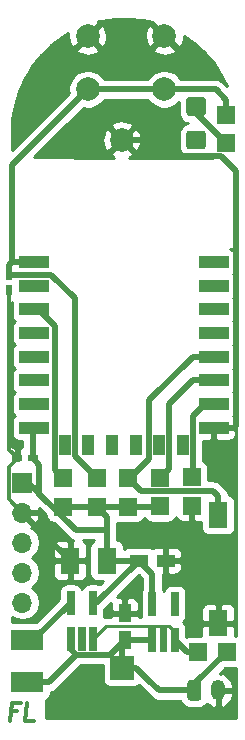
<source format=gbr>
G04 #@! TF.GenerationSoftware,KiCad,Pcbnew,(5.1.9)-1*
G04 #@! TF.CreationDate,2021-03-01T14:11:43+01:00*
G04 #@! TF.ProjectId,button - AAA,62757474-6f6e-4202-9d20-4141412e6b69,rev?*
G04 #@! TF.SameCoordinates,Original*
G04 #@! TF.FileFunction,Copper,L1,Top*
G04 #@! TF.FilePolarity,Positive*
%FSLAX46Y46*%
G04 Gerber Fmt 4.6, Leading zero omitted, Abs format (unit mm)*
G04 Created by KiCad (PCBNEW (5.1.9)-1) date 2021-03-01 14:11:43*
%MOMM*%
%LPD*%
G01*
G04 APERTURE LIST*
G04 #@! TA.AperFunction,NonConductor*
%ADD10C,0.300000*%
G04 #@! TD*
G04 #@! TA.AperFunction,SMDPad,CuDef*
%ADD11R,0.620000X0.900000*%
G04 #@! TD*
G04 #@! TA.AperFunction,SMDPad,CuDef*
%ADD12R,0.650000X2.000000*%
G04 #@! TD*
G04 #@! TA.AperFunction,SMDPad,CuDef*
%ADD13C,0.100000*%
G04 #@! TD*
G04 #@! TA.AperFunction,SMDPad,CuDef*
%ADD14R,1.500000X1.500000*%
G04 #@! TD*
G04 #@! TA.AperFunction,SMDPad,CuDef*
%ADD15R,1.500000X1.100000*%
G04 #@! TD*
G04 #@! TA.AperFunction,SMDPad,CuDef*
%ADD16R,1.100000X1.500000*%
G04 #@! TD*
G04 #@! TA.AperFunction,SMDPad,CuDef*
%ADD17R,2.500000X1.000000*%
G04 #@! TD*
G04 #@! TA.AperFunction,SMDPad,CuDef*
%ADD18R,1.000000X1.800000*%
G04 #@! TD*
G04 #@! TA.AperFunction,SMDPad,CuDef*
%ADD19R,0.900000X0.620000*%
G04 #@! TD*
G04 #@! TA.AperFunction,SMDPad,CuDef*
%ADD20R,1.650000X2.250000*%
G04 #@! TD*
G04 #@! TA.AperFunction,SMDPad,CuDef*
%ADD21R,2.794000X1.778000*%
G04 #@! TD*
G04 #@! TA.AperFunction,ComponentPad*
%ADD22O,1.700000X1.700000*%
G04 #@! TD*
G04 #@! TA.AperFunction,ComponentPad*
%ADD23R,1.700000X1.700000*%
G04 #@! TD*
G04 #@! TA.AperFunction,ComponentPad*
%ADD24C,2.000000*%
G04 #@! TD*
G04 #@! TA.AperFunction,ComponentPad*
%ADD25R,2.000000X2.000000*%
G04 #@! TD*
G04 #@! TA.AperFunction,ComponentPad*
%ADD26O,1.200000X1.750000*%
G04 #@! TD*
G04 #@! TA.AperFunction,SMDPad,CuDef*
%ADD27R,1.600000X2.180000*%
G04 #@! TD*
G04 #@! TA.AperFunction,ViaPad*
%ADD28C,0.500000*%
G04 #@! TD*
G04 #@! TA.AperFunction,ViaPad*
%ADD29C,0.800000*%
G04 #@! TD*
G04 #@! TA.AperFunction,Conductor*
%ADD30C,0.500000*%
G04 #@! TD*
G04 #@! TA.AperFunction,Conductor*
%ADD31C,0.350000*%
G04 #@! TD*
G04 #@! TA.AperFunction,Conductor*
%ADD32C,0.250000*%
G04 #@! TD*
G04 #@! TA.AperFunction,Conductor*
%ADD33C,0.254000*%
G04 #@! TD*
G04 #@! TA.AperFunction,Conductor*
%ADD34C,0.100000*%
G04 #@! TD*
G04 APERTURE END LIST*
D10*
X117909285Y-112262857D02*
X117409285Y-112262857D01*
X117311071Y-113048571D02*
X117498571Y-111548571D01*
X118212857Y-111548571D01*
X119311071Y-113048571D02*
X118596785Y-113048571D01*
X118784285Y-111548571D01*
D11*
G04 #@! TO.P,C2,2*
G04 #@! TO.N,/RST*
X117275000Y-75325000D03*
G04 #@! TO.P,C2,1*
G04 #@! TO.N,/GND*
X117275000Y-76625000D03*
G04 #@! TD*
D12*
G04 #@! TO.P,PS1,5*
G04 #@! TO.N,Net-(L1-Pad2)*
X122450000Y-103075000D03*
G04 #@! TO.P,PS1,4*
G04 #@! TO.N,/VCC*
X124350000Y-103075000D03*
G04 #@! TO.P,PS1,3*
G04 #@! TO.N,Net-(PS1-Pad3)*
X124350000Y-106125000D03*
G04 #@! TA.AperFunction,SMDPad,CuDef*
D13*
G04 #@! TO.P,PS1,2*
G04 #@! TO.N,/GND*
G36*
X123725000Y-107125000D02*
G01*
X123075000Y-107125000D01*
X123075000Y-105125000D01*
X123725000Y-105125000D01*
X123725000Y-107125000D01*
G37*
G04 #@! TD.AperFunction*
D12*
G04 #@! TO.P,PS1,1*
G04 #@! TO.N,Net-(BT1-Pad1)*
X122450000Y-106125000D03*
G04 #@! TD*
G04 #@! TO.P,U2,5*
G04 #@! TO.N,/VCC*
X129375000Y-103200000D03*
G04 #@! TO.P,U2,4*
G04 #@! TO.N,N/C*
X131275000Y-103200000D03*
G04 #@! TO.P,U2,3*
G04 #@! TO.N,Net-(PS1-Pad3)*
X131275000Y-106250000D03*
G04 #@! TA.AperFunction,SMDPad,CuDef*
D13*
G04 #@! TO.P,U2,2*
G04 #@! TO.N,/GND*
G36*
X130650000Y-107250000D02*
G01*
X130000000Y-107250000D01*
X130000000Y-105250000D01*
X130650000Y-105250000D01*
X130650000Y-107250000D01*
G37*
G04 #@! TD.AperFunction*
D12*
G04 #@! TO.P,U2,1*
G04 #@! TO.N,Net-(BT1-Pad1)*
X129375000Y-106250000D03*
G04 #@! TD*
D14*
G04 #@! TO.P,R7,2*
G04 #@! TO.N,Net-(PS1-Pad3)*
X133270000Y-107250000D03*
G04 #@! TO.P,R7,1*
G04 #@! TO.N,Net-(BT1-Pad1)*
X135670000Y-107250000D03*
G04 #@! TD*
G04 #@! TO.P,R6,2*
G04 #@! TO.N,/RST*
X135620000Y-61750000D03*
G04 #@! TO.P,R6,1*
G04 #@! TO.N,Net-(D1-Pad1)*
X135620000Y-64150000D03*
G04 #@! TD*
G04 #@! TO.P,R5,2*
G04 #@! TO.N,/GPIO15*
X132725000Y-92450000D03*
G04 #@! TO.P,R5,1*
G04 #@! TO.N,/GND*
X132725000Y-94850000D03*
G04 #@! TD*
G04 #@! TO.P,R4,2*
G04 #@! TO.N,/GPIO0*
X127325000Y-92525000D03*
G04 #@! TO.P,R4,1*
G04 #@! TO.N,/VCC*
X127325000Y-94925000D03*
G04 #@! TD*
G04 #@! TO.P,R3,2*
G04 #@! TO.N,/RST*
X124650000Y-92525000D03*
G04 #@! TO.P,R3,1*
G04 #@! TO.N,/VCC*
X124650000Y-94925000D03*
G04 #@! TD*
G04 #@! TO.P,R2,2*
G04 #@! TO.N,/GPIO2*
X130025000Y-92500000D03*
G04 #@! TO.P,R2,1*
G04 #@! TO.N,/VCC*
X130025000Y-94900000D03*
G04 #@! TD*
G04 #@! TO.P,R1,2*
G04 #@! TO.N,/EN*
X121775000Y-92525000D03*
G04 #@! TO.P,R1,1*
G04 #@! TO.N,/VCC*
X121775000Y-94925000D03*
G04 #@! TD*
D15*
G04 #@! TO.P,C3,2*
G04 #@! TO.N,/VCC*
X128200000Y-99500000D03*
G04 #@! TO.P,C3,1*
G04 #@! TO.N,/GND*
X130500000Y-99500000D03*
G04 #@! TD*
D16*
G04 #@! TO.P,C1,2*
G04 #@! TO.N,Net-(BT1-Pad1)*
X127025000Y-106250000D03*
G04 #@! TO.P,C1,1*
G04 #@! TO.N,/GND*
X127025000Y-103950000D03*
G04 #@! TD*
D17*
G04 #@! TO.P,X1,22*
G04 #@! TO.N,/TX*
X134550000Y-74240000D03*
G04 #@! TO.P,X1,21*
G04 #@! TO.N,/RX*
X134550000Y-76240000D03*
G04 #@! TO.P,X1,20*
G04 #@! TO.N,N/C*
X134550000Y-78240000D03*
G04 #@! TO.P,X1,19*
X134550000Y-80240000D03*
G04 #@! TO.P,X1,18*
G04 #@! TO.N,/GPIO0*
X134550000Y-82240000D03*
G04 #@! TO.P,X1,17*
G04 #@! TO.N,/GPIO2*
X134550000Y-84240000D03*
G04 #@! TO.P,X1,16*
G04 #@! TO.N,/GPIO15*
X134550000Y-86240000D03*
G04 #@! TO.P,X1,15*
G04 #@! TO.N,/GND*
X134550000Y-88240000D03*
D18*
G04 #@! TO.P,X1,14*
G04 #@! TO.N,N/C*
X131950000Y-89740000D03*
G04 #@! TO.P,X1,13*
X129950000Y-89740000D03*
G04 #@! TO.P,X1,12*
X127950000Y-89740000D03*
G04 #@! TO.P,X1,11*
X125950000Y-89740000D03*
G04 #@! TO.P,X1,10*
X123950000Y-89740000D03*
G04 #@! TO.P,X1,9*
X121950000Y-89740000D03*
D17*
G04 #@! TO.P,X1,8*
G04 #@! TO.N,/VCC*
X119350000Y-88240000D03*
G04 #@! TO.P,X1,7*
G04 #@! TO.N,N/C*
X119350000Y-86240000D03*
G04 #@! TO.P,X1,6*
X119350000Y-84240000D03*
G04 #@! TO.P,X1,5*
X119350000Y-82240000D03*
G04 #@! TO.P,X1,4*
X119350000Y-80240000D03*
G04 #@! TO.P,X1,3*
G04 #@! TO.N,/EN*
X119350000Y-78240000D03*
G04 #@! TO.P,X1,2*
G04 #@! TO.N,N/C*
X119350000Y-76240000D03*
G04 #@! TO.P,X1,1*
G04 #@! TO.N,/RST*
X119350000Y-74240000D03*
G04 #@! TD*
D19*
G04 #@! TO.P,C5,2*
G04 #@! TO.N,/GND*
X117925000Y-90850000D03*
G04 #@! TO.P,C5,1*
G04 #@! TO.N,/VCC*
X119225000Y-90850000D03*
G04 #@! TD*
D20*
G04 #@! TO.P,C4,2*
G04 #@! TO.N,/GND*
X122400000Y-99500000D03*
G04 #@! TO.P,C4,1*
G04 #@! TO.N,/VCC*
X125500000Y-99500000D03*
G04 #@! TD*
D21*
G04 #@! TO.P,L1,1*
G04 #@! TO.N,Net-(BT1-Pad1)*
X118750000Y-109798000D03*
G04 #@! TO.P,L1,2*
G04 #@! TO.N,Net-(L1-Pad2)*
X118750000Y-106242000D03*
G04 #@! TD*
D22*
G04 #@! TO.P,J1,5*
G04 #@! TO.N,/RST*
X118370000Y-103060000D03*
G04 #@! TO.P,J1,4*
G04 #@! TO.N,/TX*
X118370000Y-100520000D03*
G04 #@! TO.P,J1,3*
G04 #@! TO.N,/RX*
X118370000Y-97980000D03*
G04 #@! TO.P,J1,2*
G04 #@! TO.N,/GND*
X118370000Y-95440000D03*
D23*
G04 #@! TO.P,J1,1*
G04 #@! TO.N,/VCC*
X118370000Y-92900000D03*
G04 #@! TD*
D24*
G04 #@! TO.P,BT1,2*
G04 #@! TO.N,/GND*
X126790000Y-63870000D03*
D25*
G04 #@! TO.P,BT1,1*
G04 #@! TO.N,Net-(BT1-Pad1)*
X126790000Y-108570000D03*
G04 #@! TD*
D26*
G04 #@! TO.P,BT2,2*
G04 #@! TO.N,/GND*
X134930000Y-110490000D03*
G04 #@! TO.P,BT2,1*
G04 #@! TO.N,Net-(BT1-Pad1)*
G04 #@! TA.AperFunction,ComponentPad*
G36*
G01*
X132330000Y-111115001D02*
X132330000Y-109864999D01*
G75*
G02*
X132579999Y-109615000I249999J0D01*
G01*
X133280001Y-109615000D01*
G75*
G02*
X133530000Y-109864999I0J-249999D01*
G01*
X133530000Y-111115001D01*
G75*
G02*
X133280001Y-111365000I-249999J0D01*
G01*
X132579999Y-111365000D01*
G75*
G02*
X132330000Y-111115001I0J249999D01*
G01*
G37*
G04 #@! TD.AperFunction*
G04 #@! TD*
G04 #@! TO.P,D1,2*
G04 #@! TO.N,/VCC*
G04 #@! TA.AperFunction,SMDPad,CuDef*
G36*
G01*
X132495000Y-63095000D02*
X133645000Y-63095000D01*
G75*
G02*
X133895000Y-63345000I0J-250000D01*
G01*
X133895000Y-64445000D01*
G75*
G02*
X133645000Y-64695000I-250000J0D01*
G01*
X132495000Y-64695000D01*
G75*
G02*
X132245000Y-64445000I0J250000D01*
G01*
X132245000Y-63345000D01*
G75*
G02*
X132495000Y-63095000I250000J0D01*
G01*
G37*
G04 #@! TD.AperFunction*
G04 #@! TO.P,D1,1*
G04 #@! TO.N,Net-(D1-Pad1)*
G04 #@! TA.AperFunction,SMDPad,CuDef*
G36*
G01*
X132495000Y-60245000D02*
X133645000Y-60245000D01*
G75*
G02*
X133895000Y-60495000I0J-250000D01*
G01*
X133895000Y-61595000D01*
G75*
G02*
X133645000Y-61845000I-250000J0D01*
G01*
X132495000Y-61845000D01*
G75*
G02*
X132245000Y-61595000I0J250000D01*
G01*
X132245000Y-60495000D01*
G75*
G02*
X132495000Y-60245000I250000J0D01*
G01*
G37*
G04 #@! TD.AperFunction*
G04 #@! TD*
D27*
G04 #@! TO.P,SW2,1*
G04 #@! TO.N,/GPIO0*
X134950000Y-95630000D03*
G04 #@! TO.P,SW2,2*
G04 #@! TO.N,/GND*
X134950000Y-104810000D03*
G04 #@! TD*
D24*
G04 #@! TO.P,SW1,1*
G04 #@! TO.N,/RST*
X123890000Y-59600000D03*
G04 #@! TO.P,SW1,2*
G04 #@! TO.N,/GND*
X123890000Y-55100000D03*
G04 #@! TO.P,SW1,1*
G04 #@! TO.N,/RST*
X130390000Y-59600000D03*
G04 #@! TO.P,SW1,2*
G04 #@! TO.N,/GND*
X130390000Y-55100000D03*
G04 #@! TD*
D28*
G04 #@! TO.N,/VCC*
X120250000Y-88275000D03*
X133175000Y-63900000D03*
G04 #@! TO.N,/GND*
X133725000Y-88225000D03*
X118000000Y-90825000D03*
X122425000Y-99825000D03*
X122350000Y-98925000D03*
X117275000Y-76625000D03*
X123300000Y-106225000D03*
X130350000Y-106250000D03*
D29*
X127050000Y-103925000D03*
X130450000Y-99525000D03*
D28*
X134550000Y-88240000D03*
X135510000Y-88240000D03*
G04 #@! TO.N,/RST*
X120300000Y-74200000D03*
X119300000Y-74325000D03*
G04 #@! TO.N,/RX*
X134525000Y-76125000D03*
G04 #@! TO.N,/TX*
X135300000Y-74425000D03*
G04 #@! TD*
D30*
G04 #@! TO.N,/VCC*
X124625000Y-103075000D02*
X128200000Y-99500000D01*
X124350000Y-103075000D02*
X124625000Y-103075000D01*
X129375000Y-100675000D02*
X128200000Y-99500000D01*
X129375000Y-103200000D02*
X129375000Y-100675000D01*
X128200000Y-99500000D02*
X125500000Y-99500000D01*
X125500000Y-95775000D02*
X124650000Y-94925000D01*
X124650000Y-94925000D02*
X121775000Y-94925000D01*
X130000000Y-94925000D02*
X130025000Y-94900000D01*
X124650000Y-94925000D02*
X130000000Y-94925000D01*
X125500000Y-96900000D02*
X122875000Y-96900000D01*
X125500000Y-99500000D02*
X125500000Y-96900000D01*
X125500000Y-96900000D02*
X125500000Y-95775000D01*
X118875000Y-92900000D02*
X119350000Y-93375000D01*
X118370000Y-92900000D02*
X118875000Y-92900000D01*
X122875000Y-96900000D02*
X119800000Y-93825000D01*
X119800000Y-93825000D02*
X119350000Y-93375000D01*
X119800000Y-91425000D02*
X119225000Y-90850000D01*
X119800000Y-93825000D02*
X119800000Y-91425000D01*
X119225000Y-88365000D02*
X119350000Y-88240000D01*
X119225000Y-90850000D02*
X119225000Y-88365000D01*
G04 #@! TO.N,/GND*
X122400000Y-99470000D02*
X122400000Y-99500000D01*
X118370000Y-95440000D02*
X122400000Y-99470000D01*
D31*
X118370000Y-95440000D02*
X117225000Y-94295000D01*
X117225000Y-91600000D02*
X118000000Y-90825000D01*
X117225000Y-94295000D02*
X117225000Y-91600000D01*
X117275000Y-90100000D02*
X117275000Y-76625000D01*
X118000000Y-90825000D02*
X117275000Y-90100000D01*
D30*
X126790000Y-63870000D02*
X130495000Y-63870000D01*
X135174993Y-65250001D02*
X136450000Y-66525008D01*
X131875001Y-65250001D02*
X135174993Y-65250001D01*
X130495000Y-63870000D02*
X131875001Y-65250001D01*
X136300000Y-88240000D02*
X135510000Y-88240000D01*
X136450000Y-88090000D02*
X136300000Y-88240000D01*
X136450000Y-66525008D02*
X136450000Y-88090000D01*
X134550000Y-88240000D02*
X134550000Y-88240000D01*
X135510000Y-88240000D02*
X134550000Y-88240000D01*
G04 #@! TO.N,/RST*
X122800001Y-77309999D02*
X120815002Y-75325000D01*
X120815002Y-75325000D02*
X117275000Y-75325000D01*
X122800001Y-90675001D02*
X122800001Y-77309999D01*
X124650000Y-92525000D02*
X122800001Y-90675001D01*
X117275000Y-75325000D02*
X117275000Y-74450000D01*
X117485000Y-74240000D02*
X119350000Y-74240000D01*
X117275000Y-74450000D02*
X117485000Y-74240000D01*
X117485000Y-66005000D02*
X123890000Y-59600000D01*
X117485000Y-74240000D02*
X117485000Y-66005000D01*
X123890000Y-59600000D02*
X130390000Y-59600000D01*
X135620000Y-60500000D02*
X135620000Y-61750000D01*
X134720000Y-59600000D02*
X135620000Y-60500000D01*
X130390000Y-59600000D02*
X134720000Y-59600000D01*
G04 #@! TO.N,/EN*
X119730002Y-78240000D02*
X119350000Y-78240000D01*
X121099999Y-79609997D02*
X119730002Y-78240000D01*
X121099999Y-91849999D02*
X121099999Y-79609997D01*
X121775000Y-92525000D02*
X121099999Y-91849999D01*
G04 #@! TO.N,/GPIO2*
X132800000Y-84240000D02*
X134550000Y-84240000D01*
X130800001Y-86239999D02*
X132800000Y-84240000D01*
X130800001Y-91724999D02*
X130800001Y-86239999D01*
X130025000Y-92500000D02*
X130800001Y-91724999D01*
G04 #@! TO.N,/GPIO0*
X127325000Y-92525000D02*
X127500000Y-92525000D01*
X132800000Y-82240000D02*
X134550000Y-82240000D01*
X129099999Y-85940001D02*
X132800000Y-82240000D01*
X129099999Y-90925001D02*
X129099999Y-85940001D01*
X127500000Y-92525000D02*
X129099999Y-90925001D01*
X128400001Y-93600001D02*
X127325000Y-92525000D01*
X134510001Y-93600001D02*
X128400001Y-93600001D01*
X134950000Y-94040000D02*
X134510001Y-93600001D01*
X134950000Y-95630000D02*
X134950000Y-94040000D01*
G04 #@! TO.N,Net-(BT1-Pad1)*
X132930000Y-109990000D02*
X135670000Y-107250000D01*
X132930000Y-110490000D02*
X132930000Y-109990000D01*
X129930000Y-110490000D02*
X129030000Y-109590000D01*
X132930000Y-110490000D02*
X129930000Y-110490000D01*
X129030000Y-109590000D02*
X129030000Y-109580000D01*
X128020000Y-108570000D02*
X126790000Y-108570000D01*
X129030000Y-109580000D02*
X128020000Y-108570000D01*
X126790000Y-106485000D02*
X127025000Y-106250000D01*
X126790000Y-108570000D02*
X126790000Y-106485000D01*
X127025000Y-106250000D02*
X129375000Y-106250000D01*
X122450000Y-106994992D02*
X122450000Y-106125000D01*
X122930018Y-107475010D02*
X122450000Y-106994992D01*
X125799990Y-107475010D02*
X122930018Y-107475010D01*
X127025000Y-106250000D02*
X125799990Y-107475010D01*
X120607028Y-109798000D02*
X122930018Y-107475010D01*
X118750000Y-109798000D02*
X120607028Y-109798000D01*
G04 #@! TO.N,Net-(L1-Pad2)*
X119283000Y-106242000D02*
X122450000Y-103075000D01*
X118750000Y-106242000D02*
X119283000Y-106242000D01*
G04 #@! TO.N,/GPIO15*
X133800000Y-86240000D02*
X134550000Y-86240000D01*
X132800000Y-87240000D02*
X133800000Y-86240000D01*
X132800001Y-92374999D02*
X132800000Y-87240000D01*
X132725000Y-92450000D02*
X132800001Y-92374999D01*
G04 #@! TO.N,Net-(D1-Pad1)*
X133070000Y-61600000D02*
X133070000Y-61045000D01*
X135620000Y-64150000D02*
X133070000Y-61600000D01*
G04 #@! TO.N,Net-(PS1-Pad3)*
X132275000Y-107250000D02*
X131275000Y-106250000D01*
X133270000Y-107250000D02*
X132275000Y-107250000D01*
D32*
X125450001Y-105024999D02*
X124350000Y-106125000D01*
X130743213Y-105024999D02*
X125450001Y-105024999D01*
X131275000Y-105556786D02*
X130743213Y-105024999D01*
X131275000Y-106250000D02*
X131275000Y-105556786D01*
G04 #@! TD*
D33*
G04 #@! TO.N,/GND*
X125151928Y-109570000D02*
X125164188Y-109694482D01*
X125200498Y-109814180D01*
X125259463Y-109924494D01*
X125338815Y-110021185D01*
X125435506Y-110100537D01*
X125545820Y-110159502D01*
X125665518Y-110195812D01*
X125790000Y-110208072D01*
X127790000Y-110208072D01*
X127914482Y-110195812D01*
X128034180Y-110159502D01*
X128144494Y-110100537D01*
X128229333Y-110030912D01*
X128327705Y-110129284D01*
X128401183Y-110218817D01*
X128434956Y-110246534D01*
X129273470Y-111085049D01*
X129301183Y-111118817D01*
X129334951Y-111146530D01*
X129334953Y-111146532D01*
X129406452Y-111205210D01*
X129435941Y-111229411D01*
X129589687Y-111311589D01*
X129756510Y-111362195D01*
X129886523Y-111375000D01*
X129886533Y-111375000D01*
X129929999Y-111379281D01*
X129973465Y-111375000D01*
X131735306Y-111375000D01*
X131759528Y-111454851D01*
X131841595Y-111608387D01*
X131952038Y-111742962D01*
X132086613Y-111853405D01*
X132240149Y-111935472D01*
X132406745Y-111986008D01*
X132579999Y-112003072D01*
X133280001Y-112003072D01*
X133453255Y-111986008D01*
X133619851Y-111935472D01*
X133773387Y-111853405D01*
X133907962Y-111742962D01*
X134018405Y-111608387D01*
X134020967Y-111603594D01*
X134146526Y-111728078D01*
X134349467Y-111862421D01*
X134574718Y-111954591D01*
X134612391Y-111958462D01*
X134803000Y-111833731D01*
X134803000Y-110617000D01*
X135057000Y-110617000D01*
X135057000Y-111833731D01*
X135247609Y-111958462D01*
X135285282Y-111954591D01*
X135510533Y-111862421D01*
X135713474Y-111728078D01*
X135886307Y-111556725D01*
X136022390Y-111354946D01*
X136116493Y-111130496D01*
X136165000Y-110892000D01*
X136165000Y-110617000D01*
X135057000Y-110617000D01*
X134803000Y-110617000D01*
X134783000Y-110617000D01*
X134783000Y-110363000D01*
X134803000Y-110363000D01*
X134803000Y-110343000D01*
X135057000Y-110343000D01*
X135057000Y-110363000D01*
X136165000Y-110363000D01*
X136165000Y-110088000D01*
X136116493Y-109849504D01*
X136022390Y-109625054D01*
X135886307Y-109423275D01*
X135713474Y-109251922D01*
X135510533Y-109117579D01*
X135285282Y-109025409D01*
X135247609Y-109021538D01*
X135057002Y-109146268D01*
X135057002Y-109114576D01*
X135533507Y-108638072D01*
X136420000Y-108638072D01*
X136462015Y-108633934D01*
X136461916Y-112852600D01*
X120395000Y-112852600D01*
X120395000Y-111274460D01*
X120501494Y-111217537D01*
X120598185Y-111138185D01*
X120677537Y-111041494D01*
X120736502Y-110931180D01*
X120772812Y-110811482D01*
X120785072Y-110687000D01*
X120785072Y-110668814D01*
X120947341Y-110619589D01*
X121101087Y-110537411D01*
X121235845Y-110426817D01*
X121263562Y-110393044D01*
X123296597Y-108360010D01*
X125151928Y-108360010D01*
X125151928Y-109570000D01*
G04 #@! TA.AperFunction,Conductor*
D34*
G36*
X125151928Y-109570000D02*
G01*
X125164188Y-109694482D01*
X125200498Y-109814180D01*
X125259463Y-109924494D01*
X125338815Y-110021185D01*
X125435506Y-110100537D01*
X125545820Y-110159502D01*
X125665518Y-110195812D01*
X125790000Y-110208072D01*
X127790000Y-110208072D01*
X127914482Y-110195812D01*
X128034180Y-110159502D01*
X128144494Y-110100537D01*
X128229333Y-110030912D01*
X128327705Y-110129284D01*
X128401183Y-110218817D01*
X128434956Y-110246534D01*
X129273470Y-111085049D01*
X129301183Y-111118817D01*
X129334951Y-111146530D01*
X129334953Y-111146532D01*
X129406452Y-111205210D01*
X129435941Y-111229411D01*
X129589687Y-111311589D01*
X129756510Y-111362195D01*
X129886523Y-111375000D01*
X129886533Y-111375000D01*
X129929999Y-111379281D01*
X129973465Y-111375000D01*
X131735306Y-111375000D01*
X131759528Y-111454851D01*
X131841595Y-111608387D01*
X131952038Y-111742962D01*
X132086613Y-111853405D01*
X132240149Y-111935472D01*
X132406745Y-111986008D01*
X132579999Y-112003072D01*
X133280001Y-112003072D01*
X133453255Y-111986008D01*
X133619851Y-111935472D01*
X133773387Y-111853405D01*
X133907962Y-111742962D01*
X134018405Y-111608387D01*
X134020967Y-111603594D01*
X134146526Y-111728078D01*
X134349467Y-111862421D01*
X134574718Y-111954591D01*
X134612391Y-111958462D01*
X134803000Y-111833731D01*
X134803000Y-110617000D01*
X135057000Y-110617000D01*
X135057000Y-111833731D01*
X135247609Y-111958462D01*
X135285282Y-111954591D01*
X135510533Y-111862421D01*
X135713474Y-111728078D01*
X135886307Y-111556725D01*
X136022390Y-111354946D01*
X136116493Y-111130496D01*
X136165000Y-110892000D01*
X136165000Y-110617000D01*
X135057000Y-110617000D01*
X134803000Y-110617000D01*
X134783000Y-110617000D01*
X134783000Y-110363000D01*
X134803000Y-110363000D01*
X134803000Y-110343000D01*
X135057000Y-110343000D01*
X135057000Y-110363000D01*
X136165000Y-110363000D01*
X136165000Y-110088000D01*
X136116493Y-109849504D01*
X136022390Y-109625054D01*
X135886307Y-109423275D01*
X135713474Y-109251922D01*
X135510533Y-109117579D01*
X135285282Y-109025409D01*
X135247609Y-109021538D01*
X135057002Y-109146268D01*
X135057002Y-109114576D01*
X135533507Y-108638072D01*
X136420000Y-108638072D01*
X136462015Y-108633934D01*
X136461916Y-112852600D01*
X120395000Y-112852600D01*
X120395000Y-111274460D01*
X120501494Y-111217537D01*
X120598185Y-111138185D01*
X120677537Y-111041494D01*
X120736502Y-110931180D01*
X120772812Y-110811482D01*
X120785072Y-110687000D01*
X120785072Y-110668814D01*
X120947341Y-110619589D01*
X121101087Y-110537411D01*
X121235845Y-110426817D01*
X121263562Y-110393044D01*
X123296597Y-108360010D01*
X125151928Y-108360010D01*
X125151928Y-109570000D01*
G37*
G04 #@! TD.AperFunction*
D33*
X136462849Y-73124767D02*
X136462080Y-105866072D01*
X136420000Y-105861928D01*
X136387927Y-105861928D01*
X136385000Y-105095750D01*
X136226250Y-104937000D01*
X135077000Y-104937000D01*
X135077000Y-104957000D01*
X134823000Y-104957000D01*
X134823000Y-104937000D01*
X133673750Y-104937000D01*
X133515000Y-105095750D01*
X133512073Y-105861928D01*
X132520000Y-105861928D01*
X132395518Y-105874188D01*
X132275820Y-105910498D01*
X132238072Y-105930675D01*
X132238072Y-105250000D01*
X132225812Y-105125518D01*
X132189502Y-105005820D01*
X132130537Y-104895506D01*
X132051185Y-104798815D01*
X131961241Y-104725000D01*
X132051185Y-104651185D01*
X132130537Y-104554494D01*
X132189502Y-104444180D01*
X132225812Y-104324482D01*
X132238072Y-104200000D01*
X132238072Y-103720000D01*
X133511928Y-103720000D01*
X133515000Y-104524250D01*
X133673750Y-104683000D01*
X134823000Y-104683000D01*
X134823000Y-103243750D01*
X135077000Y-103243750D01*
X135077000Y-104683000D01*
X136226250Y-104683000D01*
X136385000Y-104524250D01*
X136388072Y-103720000D01*
X136375812Y-103595518D01*
X136339502Y-103475820D01*
X136280537Y-103365506D01*
X136201185Y-103268815D01*
X136104494Y-103189463D01*
X135994180Y-103130498D01*
X135874482Y-103094188D01*
X135750000Y-103081928D01*
X135235750Y-103085000D01*
X135077000Y-103243750D01*
X134823000Y-103243750D01*
X134664250Y-103085000D01*
X134150000Y-103081928D01*
X134025518Y-103094188D01*
X133905820Y-103130498D01*
X133795506Y-103189463D01*
X133698815Y-103268815D01*
X133619463Y-103365506D01*
X133560498Y-103475820D01*
X133524188Y-103595518D01*
X133511928Y-103720000D01*
X132238072Y-103720000D01*
X132238072Y-102200000D01*
X132225812Y-102075518D01*
X132189502Y-101955820D01*
X132130537Y-101845506D01*
X132051185Y-101748815D01*
X131954494Y-101669463D01*
X131844180Y-101610498D01*
X131724482Y-101574188D01*
X131600000Y-101561928D01*
X130950000Y-101561928D01*
X130825518Y-101574188D01*
X130705820Y-101610498D01*
X130595506Y-101669463D01*
X130498815Y-101748815D01*
X130419463Y-101845506D01*
X130360498Y-101955820D01*
X130325000Y-102072841D01*
X130289502Y-101955820D01*
X130260000Y-101900627D01*
X130260000Y-100718469D01*
X130264281Y-100675000D01*
X130260692Y-100638558D01*
X130373000Y-100526250D01*
X130373000Y-99627000D01*
X130627000Y-99627000D01*
X130627000Y-100526250D01*
X130785750Y-100685000D01*
X131250000Y-100688072D01*
X131374482Y-100675812D01*
X131494180Y-100639502D01*
X131604494Y-100580537D01*
X131701185Y-100501185D01*
X131780537Y-100404494D01*
X131839502Y-100294180D01*
X131875812Y-100174482D01*
X131888072Y-100050000D01*
X131885000Y-99785750D01*
X131726250Y-99627000D01*
X130627000Y-99627000D01*
X130373000Y-99627000D01*
X130353000Y-99627000D01*
X130353000Y-99373000D01*
X130373000Y-99373000D01*
X130373000Y-98473750D01*
X130627000Y-98473750D01*
X130627000Y-99373000D01*
X131726250Y-99373000D01*
X131885000Y-99214250D01*
X131888072Y-98950000D01*
X131875812Y-98825518D01*
X131839502Y-98705820D01*
X131780537Y-98595506D01*
X131701185Y-98498815D01*
X131604494Y-98419463D01*
X131494180Y-98360498D01*
X131374482Y-98324188D01*
X131250000Y-98311928D01*
X130785750Y-98315000D01*
X130627000Y-98473750D01*
X130373000Y-98473750D01*
X130214250Y-98315000D01*
X129750000Y-98311928D01*
X129625518Y-98324188D01*
X129505820Y-98360498D01*
X129395506Y-98419463D01*
X129350000Y-98456809D01*
X129304494Y-98419463D01*
X129194180Y-98360498D01*
X129074482Y-98324188D01*
X128950000Y-98311928D01*
X127450000Y-98311928D01*
X127325518Y-98324188D01*
X127205820Y-98360498D01*
X127095506Y-98419463D01*
X126998815Y-98498815D01*
X126963072Y-98542368D01*
X126963072Y-98375000D01*
X126950812Y-98250518D01*
X126914502Y-98130820D01*
X126855537Y-98020506D01*
X126776185Y-97923815D01*
X126679494Y-97844463D01*
X126569180Y-97785498D01*
X126449482Y-97749188D01*
X126385000Y-97742837D01*
X126385000Y-96943476D01*
X126389282Y-96900000D01*
X126385000Y-96856523D01*
X126385000Y-96280937D01*
X126450518Y-96300812D01*
X126575000Y-96313072D01*
X128075000Y-96313072D01*
X128199482Y-96300812D01*
X128319180Y-96264502D01*
X128429494Y-96205537D01*
X128526185Y-96126185D01*
X128605537Y-96029494D01*
X128664502Y-95919180D01*
X128678792Y-95872073D01*
X128685498Y-95894180D01*
X128744463Y-96004494D01*
X128823815Y-96101185D01*
X128920506Y-96180537D01*
X129030820Y-96239502D01*
X129150518Y-96275812D01*
X129275000Y-96288072D01*
X130775000Y-96288072D01*
X130899482Y-96275812D01*
X131019180Y-96239502D01*
X131129494Y-96180537D01*
X131226185Y-96101185D01*
X131305537Y-96004494D01*
X131364502Y-95894180D01*
X131382584Y-95834573D01*
X131385498Y-95844180D01*
X131444463Y-95954494D01*
X131523815Y-96051185D01*
X131620506Y-96130537D01*
X131730820Y-96189502D01*
X131850518Y-96225812D01*
X131975000Y-96238072D01*
X132439250Y-96235000D01*
X132598000Y-96076250D01*
X132598000Y-94977000D01*
X132578000Y-94977000D01*
X132578000Y-94723000D01*
X132598000Y-94723000D01*
X132598000Y-94703000D01*
X132852000Y-94703000D01*
X132852000Y-94723000D01*
X132872000Y-94723000D01*
X132872000Y-94977000D01*
X132852000Y-94977000D01*
X132852000Y-96076250D01*
X133010750Y-96235000D01*
X133475000Y-96238072D01*
X133511928Y-96234435D01*
X133511928Y-96720000D01*
X133524188Y-96844482D01*
X133560498Y-96964180D01*
X133619463Y-97074494D01*
X133698815Y-97171185D01*
X133795506Y-97250537D01*
X133905820Y-97309502D01*
X134025518Y-97345812D01*
X134150000Y-97358072D01*
X135750000Y-97358072D01*
X135874482Y-97345812D01*
X135994180Y-97309502D01*
X136104494Y-97250537D01*
X136201185Y-97171185D01*
X136280537Y-97074494D01*
X136339502Y-96964180D01*
X136375812Y-96844482D01*
X136388072Y-96720000D01*
X136388072Y-94540000D01*
X136375812Y-94415518D01*
X136339502Y-94295820D01*
X136280537Y-94185506D01*
X136201185Y-94088815D01*
X136104494Y-94009463D01*
X135994180Y-93950498D01*
X135874482Y-93914188D01*
X135826425Y-93909455D01*
X135822195Y-93866510D01*
X135793978Y-93773491D01*
X135771589Y-93699686D01*
X135710554Y-93585498D01*
X135689411Y-93545941D01*
X135578817Y-93411183D01*
X135545044Y-93383466D01*
X135166535Y-93004957D01*
X135138818Y-92971184D01*
X135004060Y-92860590D01*
X134850314Y-92778412D01*
X134683491Y-92727806D01*
X134553478Y-92715001D01*
X134553470Y-92715001D01*
X134510001Y-92710720D01*
X134466532Y-92715001D01*
X134113072Y-92715001D01*
X134113072Y-91700000D01*
X134100812Y-91575518D01*
X134064502Y-91455820D01*
X134005537Y-91345506D01*
X133926185Y-91248815D01*
X133829494Y-91169463D01*
X133719180Y-91110498D01*
X133685000Y-91100130D01*
X133685000Y-89376845D01*
X134264250Y-89375000D01*
X134423000Y-89216250D01*
X134423000Y-88367000D01*
X134677000Y-88367000D01*
X134677000Y-89216250D01*
X134835750Y-89375000D01*
X135800000Y-89378072D01*
X135924482Y-89365812D01*
X136044180Y-89329502D01*
X136154494Y-89270537D01*
X136251185Y-89191185D01*
X136330537Y-89094494D01*
X136389502Y-88984180D01*
X136425812Y-88864482D01*
X136438072Y-88740000D01*
X136435000Y-88525750D01*
X136276250Y-88367000D01*
X134677000Y-88367000D01*
X134423000Y-88367000D01*
X134403000Y-88367000D01*
X134403000Y-88113000D01*
X134423000Y-88113000D01*
X134423000Y-88093000D01*
X134677000Y-88093000D01*
X134677000Y-88113000D01*
X136276250Y-88113000D01*
X136435000Y-87954250D01*
X136438072Y-87740000D01*
X136425812Y-87615518D01*
X136389502Y-87495820D01*
X136330537Y-87385506D01*
X136251185Y-87288815D01*
X136191704Y-87240000D01*
X136251185Y-87191185D01*
X136330537Y-87094494D01*
X136389502Y-86984180D01*
X136425812Y-86864482D01*
X136438072Y-86740000D01*
X136438072Y-85740000D01*
X136425812Y-85615518D01*
X136389502Y-85495820D01*
X136330537Y-85385506D01*
X136251185Y-85288815D01*
X136191704Y-85240000D01*
X136251185Y-85191185D01*
X136330537Y-85094494D01*
X136389502Y-84984180D01*
X136425812Y-84864482D01*
X136438072Y-84740000D01*
X136438072Y-83740000D01*
X136425812Y-83615518D01*
X136389502Y-83495820D01*
X136330537Y-83385506D01*
X136251185Y-83288815D01*
X136191704Y-83240000D01*
X136251185Y-83191185D01*
X136330537Y-83094494D01*
X136389502Y-82984180D01*
X136425812Y-82864482D01*
X136438072Y-82740000D01*
X136438072Y-81740000D01*
X136425812Y-81615518D01*
X136389502Y-81495820D01*
X136330537Y-81385506D01*
X136251185Y-81288815D01*
X136191704Y-81240000D01*
X136251185Y-81191185D01*
X136330537Y-81094494D01*
X136389502Y-80984180D01*
X136425812Y-80864482D01*
X136438072Y-80740000D01*
X136438072Y-79740000D01*
X136425812Y-79615518D01*
X136389502Y-79495820D01*
X136330537Y-79385506D01*
X136251185Y-79288815D01*
X136191704Y-79240000D01*
X136251185Y-79191185D01*
X136330537Y-79094494D01*
X136389502Y-78984180D01*
X136425812Y-78864482D01*
X136438072Y-78740000D01*
X136438072Y-77740000D01*
X136425812Y-77615518D01*
X136389502Y-77495820D01*
X136330537Y-77385506D01*
X136251185Y-77288815D01*
X136191704Y-77240000D01*
X136251185Y-77191185D01*
X136330537Y-77094494D01*
X136389502Y-76984180D01*
X136425812Y-76864482D01*
X136438072Y-76740000D01*
X136438072Y-75740000D01*
X136425812Y-75615518D01*
X136389502Y-75495820D01*
X136330537Y-75385506D01*
X136251185Y-75288815D01*
X136191704Y-75240000D01*
X136251185Y-75191185D01*
X136330537Y-75094494D01*
X136389502Y-74984180D01*
X136425812Y-74864482D01*
X136438072Y-74740000D01*
X136438072Y-73740000D01*
X136425812Y-73615518D01*
X136389502Y-73495820D01*
X136330537Y-73385506D01*
X136251185Y-73288815D01*
X136154494Y-73209463D01*
X136044180Y-73150498D01*
X135953566Y-73123010D01*
X136462849Y-73124767D01*
G04 #@! TA.AperFunction,Conductor*
D34*
G36*
X136462849Y-73124767D02*
G01*
X136462080Y-105866072D01*
X136420000Y-105861928D01*
X136387927Y-105861928D01*
X136385000Y-105095750D01*
X136226250Y-104937000D01*
X135077000Y-104937000D01*
X135077000Y-104957000D01*
X134823000Y-104957000D01*
X134823000Y-104937000D01*
X133673750Y-104937000D01*
X133515000Y-105095750D01*
X133512073Y-105861928D01*
X132520000Y-105861928D01*
X132395518Y-105874188D01*
X132275820Y-105910498D01*
X132238072Y-105930675D01*
X132238072Y-105250000D01*
X132225812Y-105125518D01*
X132189502Y-105005820D01*
X132130537Y-104895506D01*
X132051185Y-104798815D01*
X131961241Y-104725000D01*
X132051185Y-104651185D01*
X132130537Y-104554494D01*
X132189502Y-104444180D01*
X132225812Y-104324482D01*
X132238072Y-104200000D01*
X132238072Y-103720000D01*
X133511928Y-103720000D01*
X133515000Y-104524250D01*
X133673750Y-104683000D01*
X134823000Y-104683000D01*
X134823000Y-103243750D01*
X135077000Y-103243750D01*
X135077000Y-104683000D01*
X136226250Y-104683000D01*
X136385000Y-104524250D01*
X136388072Y-103720000D01*
X136375812Y-103595518D01*
X136339502Y-103475820D01*
X136280537Y-103365506D01*
X136201185Y-103268815D01*
X136104494Y-103189463D01*
X135994180Y-103130498D01*
X135874482Y-103094188D01*
X135750000Y-103081928D01*
X135235750Y-103085000D01*
X135077000Y-103243750D01*
X134823000Y-103243750D01*
X134664250Y-103085000D01*
X134150000Y-103081928D01*
X134025518Y-103094188D01*
X133905820Y-103130498D01*
X133795506Y-103189463D01*
X133698815Y-103268815D01*
X133619463Y-103365506D01*
X133560498Y-103475820D01*
X133524188Y-103595518D01*
X133511928Y-103720000D01*
X132238072Y-103720000D01*
X132238072Y-102200000D01*
X132225812Y-102075518D01*
X132189502Y-101955820D01*
X132130537Y-101845506D01*
X132051185Y-101748815D01*
X131954494Y-101669463D01*
X131844180Y-101610498D01*
X131724482Y-101574188D01*
X131600000Y-101561928D01*
X130950000Y-101561928D01*
X130825518Y-101574188D01*
X130705820Y-101610498D01*
X130595506Y-101669463D01*
X130498815Y-101748815D01*
X130419463Y-101845506D01*
X130360498Y-101955820D01*
X130325000Y-102072841D01*
X130289502Y-101955820D01*
X130260000Y-101900627D01*
X130260000Y-100718469D01*
X130264281Y-100675000D01*
X130260692Y-100638558D01*
X130373000Y-100526250D01*
X130373000Y-99627000D01*
X130627000Y-99627000D01*
X130627000Y-100526250D01*
X130785750Y-100685000D01*
X131250000Y-100688072D01*
X131374482Y-100675812D01*
X131494180Y-100639502D01*
X131604494Y-100580537D01*
X131701185Y-100501185D01*
X131780537Y-100404494D01*
X131839502Y-100294180D01*
X131875812Y-100174482D01*
X131888072Y-100050000D01*
X131885000Y-99785750D01*
X131726250Y-99627000D01*
X130627000Y-99627000D01*
X130373000Y-99627000D01*
X130353000Y-99627000D01*
X130353000Y-99373000D01*
X130373000Y-99373000D01*
X130373000Y-98473750D01*
X130627000Y-98473750D01*
X130627000Y-99373000D01*
X131726250Y-99373000D01*
X131885000Y-99214250D01*
X131888072Y-98950000D01*
X131875812Y-98825518D01*
X131839502Y-98705820D01*
X131780537Y-98595506D01*
X131701185Y-98498815D01*
X131604494Y-98419463D01*
X131494180Y-98360498D01*
X131374482Y-98324188D01*
X131250000Y-98311928D01*
X130785750Y-98315000D01*
X130627000Y-98473750D01*
X130373000Y-98473750D01*
X130214250Y-98315000D01*
X129750000Y-98311928D01*
X129625518Y-98324188D01*
X129505820Y-98360498D01*
X129395506Y-98419463D01*
X129350000Y-98456809D01*
X129304494Y-98419463D01*
X129194180Y-98360498D01*
X129074482Y-98324188D01*
X128950000Y-98311928D01*
X127450000Y-98311928D01*
X127325518Y-98324188D01*
X127205820Y-98360498D01*
X127095506Y-98419463D01*
X126998815Y-98498815D01*
X126963072Y-98542368D01*
X126963072Y-98375000D01*
X126950812Y-98250518D01*
X126914502Y-98130820D01*
X126855537Y-98020506D01*
X126776185Y-97923815D01*
X126679494Y-97844463D01*
X126569180Y-97785498D01*
X126449482Y-97749188D01*
X126385000Y-97742837D01*
X126385000Y-96943476D01*
X126389282Y-96900000D01*
X126385000Y-96856523D01*
X126385000Y-96280937D01*
X126450518Y-96300812D01*
X126575000Y-96313072D01*
X128075000Y-96313072D01*
X128199482Y-96300812D01*
X128319180Y-96264502D01*
X128429494Y-96205537D01*
X128526185Y-96126185D01*
X128605537Y-96029494D01*
X128664502Y-95919180D01*
X128678792Y-95872073D01*
X128685498Y-95894180D01*
X128744463Y-96004494D01*
X128823815Y-96101185D01*
X128920506Y-96180537D01*
X129030820Y-96239502D01*
X129150518Y-96275812D01*
X129275000Y-96288072D01*
X130775000Y-96288072D01*
X130899482Y-96275812D01*
X131019180Y-96239502D01*
X131129494Y-96180537D01*
X131226185Y-96101185D01*
X131305537Y-96004494D01*
X131364502Y-95894180D01*
X131382584Y-95834573D01*
X131385498Y-95844180D01*
X131444463Y-95954494D01*
X131523815Y-96051185D01*
X131620506Y-96130537D01*
X131730820Y-96189502D01*
X131850518Y-96225812D01*
X131975000Y-96238072D01*
X132439250Y-96235000D01*
X132598000Y-96076250D01*
X132598000Y-94977000D01*
X132578000Y-94977000D01*
X132578000Y-94723000D01*
X132598000Y-94723000D01*
X132598000Y-94703000D01*
X132852000Y-94703000D01*
X132852000Y-94723000D01*
X132872000Y-94723000D01*
X132872000Y-94977000D01*
X132852000Y-94977000D01*
X132852000Y-96076250D01*
X133010750Y-96235000D01*
X133475000Y-96238072D01*
X133511928Y-96234435D01*
X133511928Y-96720000D01*
X133524188Y-96844482D01*
X133560498Y-96964180D01*
X133619463Y-97074494D01*
X133698815Y-97171185D01*
X133795506Y-97250537D01*
X133905820Y-97309502D01*
X134025518Y-97345812D01*
X134150000Y-97358072D01*
X135750000Y-97358072D01*
X135874482Y-97345812D01*
X135994180Y-97309502D01*
X136104494Y-97250537D01*
X136201185Y-97171185D01*
X136280537Y-97074494D01*
X136339502Y-96964180D01*
X136375812Y-96844482D01*
X136388072Y-96720000D01*
X136388072Y-94540000D01*
X136375812Y-94415518D01*
X136339502Y-94295820D01*
X136280537Y-94185506D01*
X136201185Y-94088815D01*
X136104494Y-94009463D01*
X135994180Y-93950498D01*
X135874482Y-93914188D01*
X135826425Y-93909455D01*
X135822195Y-93866510D01*
X135793978Y-93773491D01*
X135771589Y-93699686D01*
X135710554Y-93585498D01*
X135689411Y-93545941D01*
X135578817Y-93411183D01*
X135545044Y-93383466D01*
X135166535Y-93004957D01*
X135138818Y-92971184D01*
X135004060Y-92860590D01*
X134850314Y-92778412D01*
X134683491Y-92727806D01*
X134553478Y-92715001D01*
X134553470Y-92715001D01*
X134510001Y-92710720D01*
X134466532Y-92715001D01*
X134113072Y-92715001D01*
X134113072Y-91700000D01*
X134100812Y-91575518D01*
X134064502Y-91455820D01*
X134005537Y-91345506D01*
X133926185Y-91248815D01*
X133829494Y-91169463D01*
X133719180Y-91110498D01*
X133685000Y-91100130D01*
X133685000Y-89376845D01*
X134264250Y-89375000D01*
X134423000Y-89216250D01*
X134423000Y-88367000D01*
X134677000Y-88367000D01*
X134677000Y-89216250D01*
X134835750Y-89375000D01*
X135800000Y-89378072D01*
X135924482Y-89365812D01*
X136044180Y-89329502D01*
X136154494Y-89270537D01*
X136251185Y-89191185D01*
X136330537Y-89094494D01*
X136389502Y-88984180D01*
X136425812Y-88864482D01*
X136438072Y-88740000D01*
X136435000Y-88525750D01*
X136276250Y-88367000D01*
X134677000Y-88367000D01*
X134423000Y-88367000D01*
X134403000Y-88367000D01*
X134403000Y-88113000D01*
X134423000Y-88113000D01*
X134423000Y-88093000D01*
X134677000Y-88093000D01*
X134677000Y-88113000D01*
X136276250Y-88113000D01*
X136435000Y-87954250D01*
X136438072Y-87740000D01*
X136425812Y-87615518D01*
X136389502Y-87495820D01*
X136330537Y-87385506D01*
X136251185Y-87288815D01*
X136191704Y-87240000D01*
X136251185Y-87191185D01*
X136330537Y-87094494D01*
X136389502Y-86984180D01*
X136425812Y-86864482D01*
X136438072Y-86740000D01*
X136438072Y-85740000D01*
X136425812Y-85615518D01*
X136389502Y-85495820D01*
X136330537Y-85385506D01*
X136251185Y-85288815D01*
X136191704Y-85240000D01*
X136251185Y-85191185D01*
X136330537Y-85094494D01*
X136389502Y-84984180D01*
X136425812Y-84864482D01*
X136438072Y-84740000D01*
X136438072Y-83740000D01*
X136425812Y-83615518D01*
X136389502Y-83495820D01*
X136330537Y-83385506D01*
X136251185Y-83288815D01*
X136191704Y-83240000D01*
X136251185Y-83191185D01*
X136330537Y-83094494D01*
X136389502Y-82984180D01*
X136425812Y-82864482D01*
X136438072Y-82740000D01*
X136438072Y-81740000D01*
X136425812Y-81615518D01*
X136389502Y-81495820D01*
X136330537Y-81385506D01*
X136251185Y-81288815D01*
X136191704Y-81240000D01*
X136251185Y-81191185D01*
X136330537Y-81094494D01*
X136389502Y-80984180D01*
X136425812Y-80864482D01*
X136438072Y-80740000D01*
X136438072Y-79740000D01*
X136425812Y-79615518D01*
X136389502Y-79495820D01*
X136330537Y-79385506D01*
X136251185Y-79288815D01*
X136191704Y-79240000D01*
X136251185Y-79191185D01*
X136330537Y-79094494D01*
X136389502Y-78984180D01*
X136425812Y-78864482D01*
X136438072Y-78740000D01*
X136438072Y-77740000D01*
X136425812Y-77615518D01*
X136389502Y-77495820D01*
X136330537Y-77385506D01*
X136251185Y-77288815D01*
X136191704Y-77240000D01*
X136251185Y-77191185D01*
X136330537Y-77094494D01*
X136389502Y-76984180D01*
X136425812Y-76864482D01*
X136438072Y-76740000D01*
X136438072Y-75740000D01*
X136425812Y-75615518D01*
X136389502Y-75495820D01*
X136330537Y-75385506D01*
X136251185Y-75288815D01*
X136191704Y-75240000D01*
X136251185Y-75191185D01*
X136330537Y-75094494D01*
X136389502Y-74984180D01*
X136425812Y-74864482D01*
X136438072Y-74740000D01*
X136438072Y-73740000D01*
X136425812Y-73615518D01*
X136389502Y-73495820D01*
X136330537Y-73385506D01*
X136251185Y-73288815D01*
X136154494Y-73209463D01*
X136044180Y-73150498D01*
X135953566Y-73123010D01*
X136462849Y-73124767D01*
G37*
G04 #@! TD.AperFunction*
D33*
X120386928Y-95663506D02*
X120386928Y-95675000D01*
X120399188Y-95799482D01*
X120435498Y-95919180D01*
X120494463Y-96029494D01*
X120573815Y-96126185D01*
X120670506Y-96205537D01*
X120780820Y-96264502D01*
X120900518Y-96300812D01*
X121025000Y-96313072D01*
X121036493Y-96313072D01*
X122218470Y-97495049D01*
X122246183Y-97528817D01*
X122279951Y-97556530D01*
X122279953Y-97556532D01*
X122380941Y-97639411D01*
X122534687Y-97721589D01*
X122664716Y-97761034D01*
X122527000Y-97898750D01*
X122527000Y-99373000D01*
X123701250Y-99373000D01*
X123860000Y-99214250D01*
X123863072Y-98375000D01*
X123850812Y-98250518D01*
X123814502Y-98130820D01*
X123755537Y-98020506D01*
X123676185Y-97923815D01*
X123579494Y-97844463D01*
X123469180Y-97785498D01*
X123467538Y-97785000D01*
X124432462Y-97785000D01*
X124430820Y-97785498D01*
X124320506Y-97844463D01*
X124223815Y-97923815D01*
X124144463Y-98020506D01*
X124085498Y-98130820D01*
X124049188Y-98250518D01*
X124036928Y-98375000D01*
X124036928Y-100625000D01*
X124049188Y-100749482D01*
X124085498Y-100869180D01*
X124144463Y-100979494D01*
X124223815Y-101076185D01*
X124320506Y-101155537D01*
X124430820Y-101214502D01*
X124550518Y-101250812D01*
X124675000Y-101263072D01*
X125185350Y-101263072D01*
X124947686Y-101500735D01*
X124919180Y-101485498D01*
X124799482Y-101449188D01*
X124675000Y-101436928D01*
X124025000Y-101436928D01*
X123900518Y-101449188D01*
X123780820Y-101485498D01*
X123670506Y-101544463D01*
X123573815Y-101623815D01*
X123494463Y-101720506D01*
X123435498Y-101830820D01*
X123400000Y-101947841D01*
X123364502Y-101830820D01*
X123305537Y-101720506D01*
X123226185Y-101623815D01*
X123129494Y-101544463D01*
X123019180Y-101485498D01*
X122899482Y-101449188D01*
X122775000Y-101436928D01*
X122125000Y-101436928D01*
X122000518Y-101449188D01*
X121880820Y-101485498D01*
X121770506Y-101544463D01*
X121673815Y-101623815D01*
X121594463Y-101720506D01*
X121535498Y-101830820D01*
X121499188Y-101950518D01*
X121486928Y-102075000D01*
X121486928Y-102786493D01*
X119558494Y-104714928D01*
X117461567Y-104714928D01*
X117461549Y-104238987D01*
X117666589Y-104375990D01*
X117936842Y-104487932D01*
X118223740Y-104545000D01*
X118516260Y-104545000D01*
X118803158Y-104487932D01*
X119073411Y-104375990D01*
X119316632Y-104213475D01*
X119523475Y-104006632D01*
X119685990Y-103763411D01*
X119797932Y-103493158D01*
X119855000Y-103206260D01*
X119855000Y-102913740D01*
X119797932Y-102626842D01*
X119685990Y-102356589D01*
X119523475Y-102113368D01*
X119316632Y-101906525D01*
X119142240Y-101790000D01*
X119316632Y-101673475D01*
X119523475Y-101466632D01*
X119685990Y-101223411D01*
X119797932Y-100953158D01*
X119855000Y-100666260D01*
X119855000Y-100625000D01*
X120936928Y-100625000D01*
X120949188Y-100749482D01*
X120985498Y-100869180D01*
X121044463Y-100979494D01*
X121123815Y-101076185D01*
X121220506Y-101155537D01*
X121330820Y-101214502D01*
X121450518Y-101250812D01*
X121575000Y-101263072D01*
X122114250Y-101260000D01*
X122273000Y-101101250D01*
X122273000Y-99627000D01*
X122527000Y-99627000D01*
X122527000Y-101101250D01*
X122685750Y-101260000D01*
X123225000Y-101263072D01*
X123349482Y-101250812D01*
X123469180Y-101214502D01*
X123579494Y-101155537D01*
X123676185Y-101076185D01*
X123755537Y-100979494D01*
X123814502Y-100869180D01*
X123850812Y-100749482D01*
X123863072Y-100625000D01*
X123860000Y-99785750D01*
X123701250Y-99627000D01*
X122527000Y-99627000D01*
X122273000Y-99627000D01*
X121098750Y-99627000D01*
X120940000Y-99785750D01*
X120936928Y-100625000D01*
X119855000Y-100625000D01*
X119855000Y-100373740D01*
X119797932Y-100086842D01*
X119685990Y-99816589D01*
X119523475Y-99573368D01*
X119316632Y-99366525D01*
X119142240Y-99250000D01*
X119316632Y-99133475D01*
X119523475Y-98926632D01*
X119685990Y-98683411D01*
X119797932Y-98413158D01*
X119805522Y-98375000D01*
X120936928Y-98375000D01*
X120940000Y-99214250D01*
X121098750Y-99373000D01*
X122273000Y-99373000D01*
X122273000Y-97898750D01*
X122114250Y-97740000D01*
X121575000Y-97736928D01*
X121450518Y-97749188D01*
X121330820Y-97785498D01*
X121220506Y-97844463D01*
X121123815Y-97923815D01*
X121044463Y-98020506D01*
X120985498Y-98130820D01*
X120949188Y-98250518D01*
X120936928Y-98375000D01*
X119805522Y-98375000D01*
X119855000Y-98126260D01*
X119855000Y-97833740D01*
X119797932Y-97546842D01*
X119685990Y-97276589D01*
X119523475Y-97033368D01*
X119316632Y-96826525D01*
X119134466Y-96704805D01*
X119251355Y-96635178D01*
X119467588Y-96440269D01*
X119641641Y-96206920D01*
X119766825Y-95944099D01*
X119811476Y-95796890D01*
X119690155Y-95567000D01*
X118497000Y-95567000D01*
X118497000Y-95587000D01*
X118243000Y-95587000D01*
X118243000Y-95567000D01*
X118223000Y-95567000D01*
X118223000Y-95313000D01*
X118243000Y-95313000D01*
X118243000Y-95293000D01*
X118497000Y-95293000D01*
X118497000Y-95313000D01*
X119690155Y-95313000D01*
X119809768Y-95086346D01*
X120386928Y-95663506D01*
G04 #@! TA.AperFunction,Conductor*
D34*
G36*
X120386928Y-95663506D02*
G01*
X120386928Y-95675000D01*
X120399188Y-95799482D01*
X120435498Y-95919180D01*
X120494463Y-96029494D01*
X120573815Y-96126185D01*
X120670506Y-96205537D01*
X120780820Y-96264502D01*
X120900518Y-96300812D01*
X121025000Y-96313072D01*
X121036493Y-96313072D01*
X122218470Y-97495049D01*
X122246183Y-97528817D01*
X122279951Y-97556530D01*
X122279953Y-97556532D01*
X122380941Y-97639411D01*
X122534687Y-97721589D01*
X122664716Y-97761034D01*
X122527000Y-97898750D01*
X122527000Y-99373000D01*
X123701250Y-99373000D01*
X123860000Y-99214250D01*
X123863072Y-98375000D01*
X123850812Y-98250518D01*
X123814502Y-98130820D01*
X123755537Y-98020506D01*
X123676185Y-97923815D01*
X123579494Y-97844463D01*
X123469180Y-97785498D01*
X123467538Y-97785000D01*
X124432462Y-97785000D01*
X124430820Y-97785498D01*
X124320506Y-97844463D01*
X124223815Y-97923815D01*
X124144463Y-98020506D01*
X124085498Y-98130820D01*
X124049188Y-98250518D01*
X124036928Y-98375000D01*
X124036928Y-100625000D01*
X124049188Y-100749482D01*
X124085498Y-100869180D01*
X124144463Y-100979494D01*
X124223815Y-101076185D01*
X124320506Y-101155537D01*
X124430820Y-101214502D01*
X124550518Y-101250812D01*
X124675000Y-101263072D01*
X125185350Y-101263072D01*
X124947686Y-101500735D01*
X124919180Y-101485498D01*
X124799482Y-101449188D01*
X124675000Y-101436928D01*
X124025000Y-101436928D01*
X123900518Y-101449188D01*
X123780820Y-101485498D01*
X123670506Y-101544463D01*
X123573815Y-101623815D01*
X123494463Y-101720506D01*
X123435498Y-101830820D01*
X123400000Y-101947841D01*
X123364502Y-101830820D01*
X123305537Y-101720506D01*
X123226185Y-101623815D01*
X123129494Y-101544463D01*
X123019180Y-101485498D01*
X122899482Y-101449188D01*
X122775000Y-101436928D01*
X122125000Y-101436928D01*
X122000518Y-101449188D01*
X121880820Y-101485498D01*
X121770506Y-101544463D01*
X121673815Y-101623815D01*
X121594463Y-101720506D01*
X121535498Y-101830820D01*
X121499188Y-101950518D01*
X121486928Y-102075000D01*
X121486928Y-102786493D01*
X119558494Y-104714928D01*
X117461567Y-104714928D01*
X117461549Y-104238987D01*
X117666589Y-104375990D01*
X117936842Y-104487932D01*
X118223740Y-104545000D01*
X118516260Y-104545000D01*
X118803158Y-104487932D01*
X119073411Y-104375990D01*
X119316632Y-104213475D01*
X119523475Y-104006632D01*
X119685990Y-103763411D01*
X119797932Y-103493158D01*
X119855000Y-103206260D01*
X119855000Y-102913740D01*
X119797932Y-102626842D01*
X119685990Y-102356589D01*
X119523475Y-102113368D01*
X119316632Y-101906525D01*
X119142240Y-101790000D01*
X119316632Y-101673475D01*
X119523475Y-101466632D01*
X119685990Y-101223411D01*
X119797932Y-100953158D01*
X119855000Y-100666260D01*
X119855000Y-100625000D01*
X120936928Y-100625000D01*
X120949188Y-100749482D01*
X120985498Y-100869180D01*
X121044463Y-100979494D01*
X121123815Y-101076185D01*
X121220506Y-101155537D01*
X121330820Y-101214502D01*
X121450518Y-101250812D01*
X121575000Y-101263072D01*
X122114250Y-101260000D01*
X122273000Y-101101250D01*
X122273000Y-99627000D01*
X122527000Y-99627000D01*
X122527000Y-101101250D01*
X122685750Y-101260000D01*
X123225000Y-101263072D01*
X123349482Y-101250812D01*
X123469180Y-101214502D01*
X123579494Y-101155537D01*
X123676185Y-101076185D01*
X123755537Y-100979494D01*
X123814502Y-100869180D01*
X123850812Y-100749482D01*
X123863072Y-100625000D01*
X123860000Y-99785750D01*
X123701250Y-99627000D01*
X122527000Y-99627000D01*
X122273000Y-99627000D01*
X121098750Y-99627000D01*
X120940000Y-99785750D01*
X120936928Y-100625000D01*
X119855000Y-100625000D01*
X119855000Y-100373740D01*
X119797932Y-100086842D01*
X119685990Y-99816589D01*
X119523475Y-99573368D01*
X119316632Y-99366525D01*
X119142240Y-99250000D01*
X119316632Y-99133475D01*
X119523475Y-98926632D01*
X119685990Y-98683411D01*
X119797932Y-98413158D01*
X119805522Y-98375000D01*
X120936928Y-98375000D01*
X120940000Y-99214250D01*
X121098750Y-99373000D01*
X122273000Y-99373000D01*
X122273000Y-97898750D01*
X122114250Y-97740000D01*
X121575000Y-97736928D01*
X121450518Y-97749188D01*
X121330820Y-97785498D01*
X121220506Y-97844463D01*
X121123815Y-97923815D01*
X121044463Y-98020506D01*
X120985498Y-98130820D01*
X120949188Y-98250518D01*
X120936928Y-98375000D01*
X119805522Y-98375000D01*
X119855000Y-98126260D01*
X119855000Y-97833740D01*
X119797932Y-97546842D01*
X119685990Y-97276589D01*
X119523475Y-97033368D01*
X119316632Y-96826525D01*
X119134466Y-96704805D01*
X119251355Y-96635178D01*
X119467588Y-96440269D01*
X119641641Y-96206920D01*
X119766825Y-95944099D01*
X119811476Y-95796890D01*
X119690155Y-95567000D01*
X118497000Y-95567000D01*
X118497000Y-95587000D01*
X118243000Y-95587000D01*
X118243000Y-95567000D01*
X118223000Y-95567000D01*
X118223000Y-95313000D01*
X118243000Y-95313000D01*
X118243000Y-95293000D01*
X118497000Y-95293000D01*
X118497000Y-95313000D01*
X119690155Y-95313000D01*
X119809768Y-95086346D01*
X120386928Y-95663506D01*
G37*
G04 #@! TD.AperFunction*
D33*
X128490001Y-101041580D02*
X128490001Y-101900626D01*
X128460498Y-101955820D01*
X128424188Y-102075518D01*
X128411928Y-102200000D01*
X128411928Y-104200000D01*
X128418330Y-104264999D01*
X128210194Y-104264999D01*
X128210000Y-104235750D01*
X128051250Y-104077000D01*
X127152000Y-104077000D01*
X127152000Y-104097000D01*
X126898000Y-104097000D01*
X126898000Y-104077000D01*
X125998750Y-104077000D01*
X125840000Y-104235750D01*
X125839806Y-104264999D01*
X125487323Y-104264999D01*
X125450000Y-104261323D01*
X125412677Y-104264999D01*
X125412668Y-104264999D01*
X125301015Y-104275996D01*
X125275229Y-104283818D01*
X125300812Y-104199482D01*
X125313072Y-104075000D01*
X125313072Y-103638506D01*
X125846252Y-103105326D01*
X125836928Y-103200000D01*
X125840000Y-103664250D01*
X125998750Y-103823000D01*
X126898000Y-103823000D01*
X126898000Y-102723750D01*
X127152000Y-102723750D01*
X127152000Y-103823000D01*
X128051250Y-103823000D01*
X128210000Y-103664250D01*
X128213072Y-103200000D01*
X128200812Y-103075518D01*
X128164502Y-102955820D01*
X128105537Y-102845506D01*
X128026185Y-102748815D01*
X127929494Y-102669463D01*
X127819180Y-102610498D01*
X127699482Y-102574188D01*
X127575000Y-102561928D01*
X127310750Y-102565000D01*
X127152000Y-102723750D01*
X126898000Y-102723750D01*
X126739250Y-102565000D01*
X126475000Y-102561928D01*
X126380326Y-102571252D01*
X128200000Y-100751579D01*
X128490001Y-101041580D01*
G04 #@! TA.AperFunction,Conductor*
D34*
G36*
X128490001Y-101041580D02*
G01*
X128490001Y-101900626D01*
X128460498Y-101955820D01*
X128424188Y-102075518D01*
X128411928Y-102200000D01*
X128411928Y-104200000D01*
X128418330Y-104264999D01*
X128210194Y-104264999D01*
X128210000Y-104235750D01*
X128051250Y-104077000D01*
X127152000Y-104077000D01*
X127152000Y-104097000D01*
X126898000Y-104097000D01*
X126898000Y-104077000D01*
X125998750Y-104077000D01*
X125840000Y-104235750D01*
X125839806Y-104264999D01*
X125487323Y-104264999D01*
X125450000Y-104261323D01*
X125412677Y-104264999D01*
X125412668Y-104264999D01*
X125301015Y-104275996D01*
X125275229Y-104283818D01*
X125300812Y-104199482D01*
X125313072Y-104075000D01*
X125313072Y-103638506D01*
X125846252Y-103105326D01*
X125836928Y-103200000D01*
X125840000Y-103664250D01*
X125998750Y-103823000D01*
X126898000Y-103823000D01*
X126898000Y-102723750D01*
X127152000Y-102723750D01*
X127152000Y-103823000D01*
X128051250Y-103823000D01*
X128210000Y-103664250D01*
X128213072Y-103200000D01*
X128200812Y-103075518D01*
X128164502Y-102955820D01*
X128105537Y-102845506D01*
X128026185Y-102748815D01*
X127929494Y-102669463D01*
X127819180Y-102610498D01*
X127699482Y-102574188D01*
X127575000Y-102561928D01*
X127310750Y-102565000D01*
X127152000Y-102723750D01*
X126898000Y-102723750D01*
X126739250Y-102565000D01*
X126475000Y-102561928D01*
X126380326Y-102571252D01*
X128200000Y-100751579D01*
X128490001Y-101041580D01*
G37*
G04 #@! TD.AperFunction*
D33*
X117473478Y-77622728D02*
X117461928Y-77740000D01*
X117461928Y-78740000D01*
X117474188Y-78864482D01*
X117510498Y-78984180D01*
X117569463Y-79094494D01*
X117648815Y-79191185D01*
X117708296Y-79240000D01*
X117648815Y-79288815D01*
X117569463Y-79385506D01*
X117510498Y-79495820D01*
X117474188Y-79615518D01*
X117461928Y-79740000D01*
X117461928Y-80740000D01*
X117474188Y-80864482D01*
X117510498Y-80984180D01*
X117569463Y-81094494D01*
X117648815Y-81191185D01*
X117708296Y-81240000D01*
X117648815Y-81288815D01*
X117569463Y-81385506D01*
X117510498Y-81495820D01*
X117474188Y-81615518D01*
X117461928Y-81740000D01*
X117461928Y-82740000D01*
X117474188Y-82864482D01*
X117510498Y-82984180D01*
X117569463Y-83094494D01*
X117648815Y-83191185D01*
X117708296Y-83240000D01*
X117648815Y-83288815D01*
X117569463Y-83385506D01*
X117510498Y-83495820D01*
X117474188Y-83615518D01*
X117461928Y-83740000D01*
X117461928Y-84740000D01*
X117474188Y-84864482D01*
X117510498Y-84984180D01*
X117569463Y-85094494D01*
X117648815Y-85191185D01*
X117708296Y-85240000D01*
X117648815Y-85288815D01*
X117569463Y-85385506D01*
X117510498Y-85495820D01*
X117474188Y-85615518D01*
X117461928Y-85740000D01*
X117461928Y-86740000D01*
X117474188Y-86864482D01*
X117510498Y-86984180D01*
X117569463Y-87094494D01*
X117648815Y-87191185D01*
X117708296Y-87240000D01*
X117648815Y-87288815D01*
X117569463Y-87385506D01*
X117510498Y-87495820D01*
X117474188Y-87615518D01*
X117461928Y-87740000D01*
X117461928Y-88740000D01*
X117474188Y-88864482D01*
X117510498Y-88984180D01*
X117569463Y-89094494D01*
X117648815Y-89191185D01*
X117745506Y-89270537D01*
X117855820Y-89329502D01*
X117975518Y-89365812D01*
X118100000Y-89378072D01*
X118340001Y-89378072D01*
X118340000Y-89902583D01*
X118210750Y-89905000D01*
X118052000Y-90063750D01*
X118052000Y-90723000D01*
X118072000Y-90723000D01*
X118072000Y-90977000D01*
X118052000Y-90977000D01*
X118052000Y-90997000D01*
X117798000Y-90997000D01*
X117798000Y-90977000D01*
X117778000Y-90977000D01*
X117778000Y-90723000D01*
X117798000Y-90723000D01*
X117798000Y-90063750D01*
X117639250Y-89905000D01*
X117475000Y-89901928D01*
X117461007Y-89903306D01*
X117460541Y-77609791D01*
X117473478Y-77622728D01*
G04 #@! TA.AperFunction,Conductor*
D34*
G36*
X117473478Y-77622728D02*
G01*
X117461928Y-77740000D01*
X117461928Y-78740000D01*
X117474188Y-78864482D01*
X117510498Y-78984180D01*
X117569463Y-79094494D01*
X117648815Y-79191185D01*
X117708296Y-79240000D01*
X117648815Y-79288815D01*
X117569463Y-79385506D01*
X117510498Y-79495820D01*
X117474188Y-79615518D01*
X117461928Y-79740000D01*
X117461928Y-80740000D01*
X117474188Y-80864482D01*
X117510498Y-80984180D01*
X117569463Y-81094494D01*
X117648815Y-81191185D01*
X117708296Y-81240000D01*
X117648815Y-81288815D01*
X117569463Y-81385506D01*
X117510498Y-81495820D01*
X117474188Y-81615518D01*
X117461928Y-81740000D01*
X117461928Y-82740000D01*
X117474188Y-82864482D01*
X117510498Y-82984180D01*
X117569463Y-83094494D01*
X117648815Y-83191185D01*
X117708296Y-83240000D01*
X117648815Y-83288815D01*
X117569463Y-83385506D01*
X117510498Y-83495820D01*
X117474188Y-83615518D01*
X117461928Y-83740000D01*
X117461928Y-84740000D01*
X117474188Y-84864482D01*
X117510498Y-84984180D01*
X117569463Y-85094494D01*
X117648815Y-85191185D01*
X117708296Y-85240000D01*
X117648815Y-85288815D01*
X117569463Y-85385506D01*
X117510498Y-85495820D01*
X117474188Y-85615518D01*
X117461928Y-85740000D01*
X117461928Y-86740000D01*
X117474188Y-86864482D01*
X117510498Y-86984180D01*
X117569463Y-87094494D01*
X117648815Y-87191185D01*
X117708296Y-87240000D01*
X117648815Y-87288815D01*
X117569463Y-87385506D01*
X117510498Y-87495820D01*
X117474188Y-87615518D01*
X117461928Y-87740000D01*
X117461928Y-88740000D01*
X117474188Y-88864482D01*
X117510498Y-88984180D01*
X117569463Y-89094494D01*
X117648815Y-89191185D01*
X117745506Y-89270537D01*
X117855820Y-89329502D01*
X117975518Y-89365812D01*
X118100000Y-89378072D01*
X118340001Y-89378072D01*
X118340000Y-89902583D01*
X118210750Y-89905000D01*
X118052000Y-90063750D01*
X118052000Y-90723000D01*
X118072000Y-90723000D01*
X118072000Y-90977000D01*
X118052000Y-90977000D01*
X118052000Y-90997000D01*
X117798000Y-90997000D01*
X117798000Y-90977000D01*
X117778000Y-90977000D01*
X117778000Y-90723000D01*
X117798000Y-90723000D01*
X117798000Y-90063750D01*
X117639250Y-89905000D01*
X117475000Y-89901928D01*
X117461007Y-89903306D01*
X117460541Y-77609791D01*
X117473478Y-77622728D01*
G37*
G04 #@! TD.AperFunction*
G04 #@! TD*
D33*
G04 #@! TO.N,/GND*
X118993379Y-63245043D02*
X117460056Y-64778366D01*
X117460000Y-63295007D01*
X117515445Y-62076211D01*
X117718693Y-60900104D01*
X118067742Y-59758751D01*
X118557088Y-58670145D01*
X119141684Y-57712601D01*
X118993379Y-63245043D01*
G04 #@! TA.AperFunction,Conductor*
D34*
G36*
X118993379Y-63245043D02*
G01*
X117460056Y-64778366D01*
X117460000Y-63295007D01*
X117515445Y-62076211D01*
X117718693Y-60900104D01*
X118067742Y-59758751D01*
X118557088Y-58670145D01*
X119141684Y-57712601D01*
X118993379Y-63245043D01*
G37*
G04 #@! TD.AperFunction*
G04 #@! TD*
D33*
G04 #@! TO.N,/GND*
X129120013Y-60642252D02*
X129347748Y-60869987D01*
X129615537Y-61048918D01*
X129913088Y-61172168D01*
X130228967Y-61235000D01*
X130551033Y-61235000D01*
X130866912Y-61172168D01*
X131164463Y-61048918D01*
X131432252Y-60869987D01*
X131606928Y-60695311D01*
X131606928Y-61595000D01*
X131623992Y-61768254D01*
X131674528Y-61934850D01*
X131756595Y-62088386D01*
X131867038Y-62222962D01*
X132001614Y-62333405D01*
X132155150Y-62415472D01*
X132321746Y-62466008D01*
X132362278Y-62470000D01*
X132321746Y-62473992D01*
X132155150Y-62524528D01*
X132001614Y-62606595D01*
X131867038Y-62717038D01*
X131756595Y-62851614D01*
X131674528Y-63005150D01*
X131623992Y-63171746D01*
X131606928Y-63345000D01*
X131606928Y-64445000D01*
X131623992Y-64618254D01*
X131674528Y-64784850D01*
X131756595Y-64938386D01*
X131867038Y-65072962D01*
X132001614Y-65183405D01*
X132155150Y-65265472D01*
X132321746Y-65316008D01*
X132495000Y-65333072D01*
X133645000Y-65333072D01*
X133818254Y-65316008D01*
X133984850Y-65265472D01*
X134138386Y-65183405D01*
X134261698Y-65082206D01*
X134280498Y-65144180D01*
X134339463Y-65254494D01*
X134418815Y-65351185D01*
X134466235Y-65390101D01*
X127419328Y-65382404D01*
X127476088Y-65362795D01*
X127650044Y-65269814D01*
X127745808Y-65005413D01*
X126790000Y-64049605D01*
X125834192Y-65005413D01*
X125929956Y-65269814D01*
X126158567Y-65381027D01*
X119367968Y-65373610D01*
X120808983Y-63932595D01*
X125148282Y-63932595D01*
X125192039Y-64251675D01*
X125297205Y-64556088D01*
X125390186Y-64730044D01*
X125654587Y-64825808D01*
X126610395Y-63870000D01*
X126969605Y-63870000D01*
X127925413Y-64825808D01*
X128189814Y-64730044D01*
X128330704Y-64440429D01*
X128412384Y-64128892D01*
X128431718Y-63807405D01*
X128387961Y-63488325D01*
X128282795Y-63183912D01*
X128189814Y-63009956D01*
X127925413Y-62914192D01*
X126969605Y-63870000D01*
X126610395Y-63870000D01*
X125654587Y-62914192D01*
X125390186Y-63009956D01*
X125249296Y-63299571D01*
X125167616Y-63611108D01*
X125148282Y-63932595D01*
X120808983Y-63932595D01*
X122006991Y-62734587D01*
X125834192Y-62734587D01*
X126790000Y-63690395D01*
X127745808Y-62734587D01*
X127650044Y-62470186D01*
X127360429Y-62329296D01*
X127048892Y-62247616D01*
X126727405Y-62228282D01*
X126408325Y-62272039D01*
X126103912Y-62377205D01*
X125929956Y-62470186D01*
X125834192Y-62734587D01*
X122006991Y-62734587D01*
X123543475Y-61198104D01*
X123728967Y-61235000D01*
X124051033Y-61235000D01*
X124366912Y-61172168D01*
X124664463Y-61048918D01*
X124932252Y-60869987D01*
X125159987Y-60642252D01*
X125265059Y-60485000D01*
X129014941Y-60485000D01*
X129120013Y-60642252D01*
G04 #@! TA.AperFunction,Conductor*
D34*
G36*
X129120013Y-60642252D02*
G01*
X129347748Y-60869987D01*
X129615537Y-61048918D01*
X129913088Y-61172168D01*
X130228967Y-61235000D01*
X130551033Y-61235000D01*
X130866912Y-61172168D01*
X131164463Y-61048918D01*
X131432252Y-60869987D01*
X131606928Y-60695311D01*
X131606928Y-61595000D01*
X131623992Y-61768254D01*
X131674528Y-61934850D01*
X131756595Y-62088386D01*
X131867038Y-62222962D01*
X132001614Y-62333405D01*
X132155150Y-62415472D01*
X132321746Y-62466008D01*
X132362278Y-62470000D01*
X132321746Y-62473992D01*
X132155150Y-62524528D01*
X132001614Y-62606595D01*
X131867038Y-62717038D01*
X131756595Y-62851614D01*
X131674528Y-63005150D01*
X131623992Y-63171746D01*
X131606928Y-63345000D01*
X131606928Y-64445000D01*
X131623992Y-64618254D01*
X131674528Y-64784850D01*
X131756595Y-64938386D01*
X131867038Y-65072962D01*
X132001614Y-65183405D01*
X132155150Y-65265472D01*
X132321746Y-65316008D01*
X132495000Y-65333072D01*
X133645000Y-65333072D01*
X133818254Y-65316008D01*
X133984850Y-65265472D01*
X134138386Y-65183405D01*
X134261698Y-65082206D01*
X134280498Y-65144180D01*
X134339463Y-65254494D01*
X134418815Y-65351185D01*
X134466235Y-65390101D01*
X127419328Y-65382404D01*
X127476088Y-65362795D01*
X127650044Y-65269814D01*
X127745808Y-65005413D01*
X126790000Y-64049605D01*
X125834192Y-65005413D01*
X125929956Y-65269814D01*
X126158567Y-65381027D01*
X119367968Y-65373610D01*
X120808983Y-63932595D01*
X125148282Y-63932595D01*
X125192039Y-64251675D01*
X125297205Y-64556088D01*
X125390186Y-64730044D01*
X125654587Y-64825808D01*
X126610395Y-63870000D01*
X126969605Y-63870000D01*
X127925413Y-64825808D01*
X128189814Y-64730044D01*
X128330704Y-64440429D01*
X128412384Y-64128892D01*
X128431718Y-63807405D01*
X128387961Y-63488325D01*
X128282795Y-63183912D01*
X128189814Y-63009956D01*
X127925413Y-62914192D01*
X126969605Y-63870000D01*
X126610395Y-63870000D01*
X125654587Y-62914192D01*
X125390186Y-63009956D01*
X125249296Y-63299571D01*
X125167616Y-63611108D01*
X125148282Y-63932595D01*
X120808983Y-63932595D01*
X122006991Y-62734587D01*
X125834192Y-62734587D01*
X126790000Y-63690395D01*
X127745808Y-62734587D01*
X127650044Y-62470186D01*
X127360429Y-62329296D01*
X127048892Y-62247616D01*
X126727405Y-62228282D01*
X126408325Y-62272039D01*
X126103912Y-62377205D01*
X125929956Y-62470186D01*
X125834192Y-62734587D01*
X122006991Y-62734587D01*
X123543475Y-61198104D01*
X123728967Y-61235000D01*
X124051033Y-61235000D01*
X124366912Y-61172168D01*
X124664463Y-61048918D01*
X124932252Y-60869987D01*
X125159987Y-60642252D01*
X125265059Y-60485000D01*
X129014941Y-60485000D01*
X129120013Y-60642252D01*
G37*
G04 #@! TD.AperFunction*
D33*
X128582338Y-53738129D02*
X129442009Y-53943006D01*
X129434192Y-53964587D01*
X130390000Y-54920395D01*
X130404143Y-54906253D01*
X130583748Y-55085858D01*
X130569605Y-55100000D01*
X131525413Y-56055808D01*
X131789814Y-55960044D01*
X131930704Y-55670429D01*
X132012384Y-55358892D01*
X132029697Y-55071015D01*
X132893910Y-55676249D01*
X133778022Y-56478045D01*
X134554672Y-57384328D01*
X135211609Y-58380803D01*
X135656301Y-59284723D01*
X135376534Y-59004956D01*
X135348817Y-58971183D01*
X135214059Y-58860589D01*
X135060313Y-58778411D01*
X134893490Y-58727805D01*
X134763477Y-58715000D01*
X134763469Y-58715000D01*
X134720000Y-58710719D01*
X134676531Y-58715000D01*
X131765059Y-58715000D01*
X131659987Y-58557748D01*
X131432252Y-58330013D01*
X131164463Y-58151082D01*
X130866912Y-58027832D01*
X130551033Y-57965000D01*
X130228967Y-57965000D01*
X129913088Y-58027832D01*
X129615537Y-58151082D01*
X129347748Y-58330013D01*
X129120013Y-58557748D01*
X129014941Y-58715000D01*
X125265059Y-58715000D01*
X125159987Y-58557748D01*
X124932252Y-58330013D01*
X124664463Y-58151082D01*
X124366912Y-58027832D01*
X124051033Y-57965000D01*
X123728967Y-57965000D01*
X123413088Y-58027832D01*
X123115537Y-58151082D01*
X122847748Y-58330013D01*
X122620013Y-58557748D01*
X122441082Y-58825537D01*
X122317832Y-59123088D01*
X122255000Y-59438967D01*
X122255000Y-59761033D01*
X122291896Y-59946525D01*
X118954236Y-63284186D01*
X118995707Y-57951705D01*
X119179016Y-57651453D01*
X119923714Y-56718740D01*
X120420811Y-56235413D01*
X122934192Y-56235413D01*
X123029956Y-56499814D01*
X123319571Y-56640704D01*
X123631108Y-56722384D01*
X123952595Y-56741718D01*
X124271675Y-56697961D01*
X124576088Y-56592795D01*
X124750044Y-56499814D01*
X124845808Y-56235413D01*
X129434192Y-56235413D01*
X129529956Y-56499814D01*
X129819571Y-56640704D01*
X130131108Y-56722384D01*
X130452595Y-56741718D01*
X130771675Y-56697961D01*
X131076088Y-56592795D01*
X131250044Y-56499814D01*
X131345808Y-56235413D01*
X130390000Y-55279605D01*
X129434192Y-56235413D01*
X124845808Y-56235413D01*
X123890000Y-55279605D01*
X122934192Y-56235413D01*
X120420811Y-56235413D01*
X120779446Y-55886714D01*
X121732700Y-55168508D01*
X122266301Y-54862970D01*
X122248282Y-55162595D01*
X122292039Y-55481675D01*
X122397205Y-55786088D01*
X122490186Y-55960044D01*
X122754587Y-56055808D01*
X123710395Y-55100000D01*
X124069605Y-55100000D01*
X125025413Y-56055808D01*
X125289814Y-55960044D01*
X125430704Y-55670429D01*
X125512384Y-55358892D01*
X125524189Y-55162595D01*
X128748282Y-55162595D01*
X128792039Y-55481675D01*
X128897205Y-55786088D01*
X128990186Y-55960044D01*
X129254587Y-56055808D01*
X130210395Y-55100000D01*
X129254587Y-54144192D01*
X128990186Y-54239956D01*
X128849296Y-54529571D01*
X128767616Y-54841108D01*
X128748282Y-55162595D01*
X125524189Y-55162595D01*
X125531718Y-55037405D01*
X125487961Y-54718325D01*
X125382795Y-54413912D01*
X125289814Y-54239956D01*
X125025413Y-54144192D01*
X124069605Y-55100000D01*
X123710395Y-55100000D01*
X123696253Y-55085858D01*
X123875858Y-54906253D01*
X123890000Y-54920395D01*
X124845808Y-53964587D01*
X124807497Y-53858813D01*
X125021087Y-53799999D01*
X126202442Y-53629863D01*
X127395791Y-53609130D01*
X128582338Y-53738129D01*
G04 #@! TA.AperFunction,Conductor*
D34*
G36*
X128582338Y-53738129D02*
G01*
X129442009Y-53943006D01*
X129434192Y-53964587D01*
X130390000Y-54920395D01*
X130404143Y-54906253D01*
X130583748Y-55085858D01*
X130569605Y-55100000D01*
X131525413Y-56055808D01*
X131789814Y-55960044D01*
X131930704Y-55670429D01*
X132012384Y-55358892D01*
X132029697Y-55071015D01*
X132893910Y-55676249D01*
X133778022Y-56478045D01*
X134554672Y-57384328D01*
X135211609Y-58380803D01*
X135656301Y-59284723D01*
X135376534Y-59004956D01*
X135348817Y-58971183D01*
X135214059Y-58860589D01*
X135060313Y-58778411D01*
X134893490Y-58727805D01*
X134763477Y-58715000D01*
X134763469Y-58715000D01*
X134720000Y-58710719D01*
X134676531Y-58715000D01*
X131765059Y-58715000D01*
X131659987Y-58557748D01*
X131432252Y-58330013D01*
X131164463Y-58151082D01*
X130866912Y-58027832D01*
X130551033Y-57965000D01*
X130228967Y-57965000D01*
X129913088Y-58027832D01*
X129615537Y-58151082D01*
X129347748Y-58330013D01*
X129120013Y-58557748D01*
X129014941Y-58715000D01*
X125265059Y-58715000D01*
X125159987Y-58557748D01*
X124932252Y-58330013D01*
X124664463Y-58151082D01*
X124366912Y-58027832D01*
X124051033Y-57965000D01*
X123728967Y-57965000D01*
X123413088Y-58027832D01*
X123115537Y-58151082D01*
X122847748Y-58330013D01*
X122620013Y-58557748D01*
X122441082Y-58825537D01*
X122317832Y-59123088D01*
X122255000Y-59438967D01*
X122255000Y-59761033D01*
X122291896Y-59946525D01*
X118954236Y-63284186D01*
X118995707Y-57951705D01*
X119179016Y-57651453D01*
X119923714Y-56718740D01*
X120420811Y-56235413D01*
X122934192Y-56235413D01*
X123029956Y-56499814D01*
X123319571Y-56640704D01*
X123631108Y-56722384D01*
X123952595Y-56741718D01*
X124271675Y-56697961D01*
X124576088Y-56592795D01*
X124750044Y-56499814D01*
X124845808Y-56235413D01*
X129434192Y-56235413D01*
X129529956Y-56499814D01*
X129819571Y-56640704D01*
X130131108Y-56722384D01*
X130452595Y-56741718D01*
X130771675Y-56697961D01*
X131076088Y-56592795D01*
X131250044Y-56499814D01*
X131345808Y-56235413D01*
X130390000Y-55279605D01*
X129434192Y-56235413D01*
X124845808Y-56235413D01*
X123890000Y-55279605D01*
X122934192Y-56235413D01*
X120420811Y-56235413D01*
X120779446Y-55886714D01*
X121732700Y-55168508D01*
X122266301Y-54862970D01*
X122248282Y-55162595D01*
X122292039Y-55481675D01*
X122397205Y-55786088D01*
X122490186Y-55960044D01*
X122754587Y-56055808D01*
X123710395Y-55100000D01*
X124069605Y-55100000D01*
X125025413Y-56055808D01*
X125289814Y-55960044D01*
X125430704Y-55670429D01*
X125512384Y-55358892D01*
X125524189Y-55162595D01*
X128748282Y-55162595D01*
X128792039Y-55481675D01*
X128897205Y-55786088D01*
X128990186Y-55960044D01*
X129254587Y-56055808D01*
X130210395Y-55100000D01*
X129254587Y-54144192D01*
X128990186Y-54239956D01*
X128849296Y-54529571D01*
X128767616Y-54841108D01*
X128748282Y-55162595D01*
X125524189Y-55162595D01*
X125531718Y-55037405D01*
X125487961Y-54718325D01*
X125382795Y-54413912D01*
X125289814Y-54239956D01*
X125025413Y-54144192D01*
X124069605Y-55100000D01*
X123710395Y-55100000D01*
X123696253Y-55085858D01*
X123875858Y-54906253D01*
X123890000Y-54920395D01*
X124845808Y-53964587D01*
X124807497Y-53858813D01*
X125021087Y-53799999D01*
X126202442Y-53629863D01*
X127395791Y-53609130D01*
X128582338Y-53738129D01*
G37*
G04 #@! TD.AperFunction*
G04 #@! TD*
M02*

</source>
